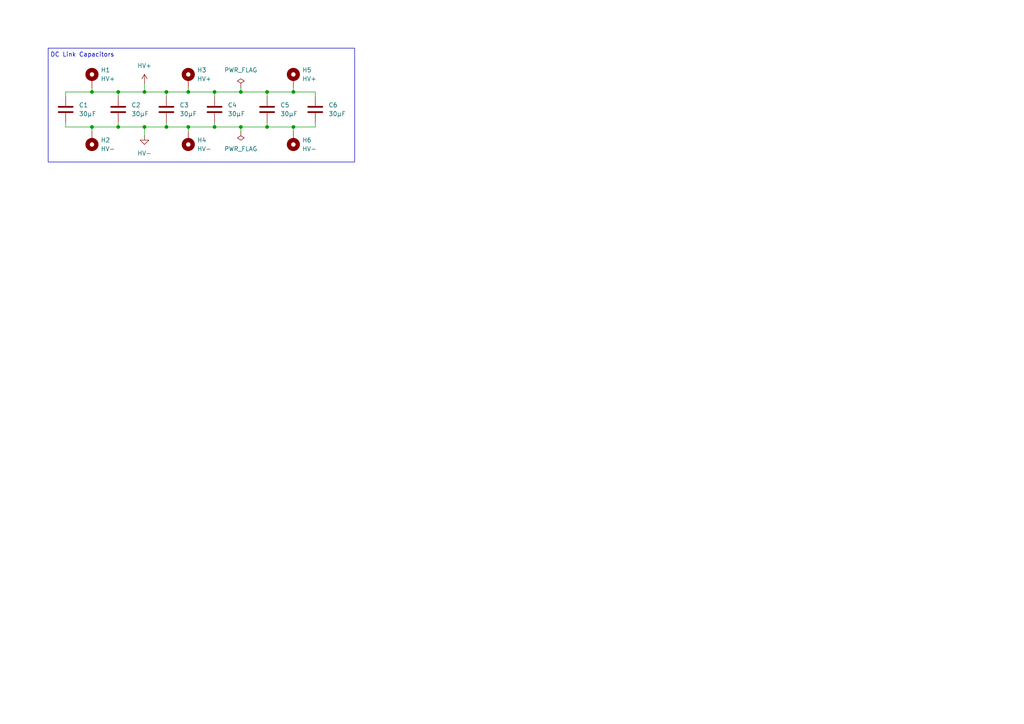
<source format=kicad_sch>
(kicad_sch (version 20231120) (generator "eeschema") (generator_version "8.0")
  (paper "A4")
  (title_block (title "INV_DClinkCap1") (date "2024-11-16") (rev "1.0") (company "NTURacing") (comment 1 "Sebastian Haltmair") (comment 2 "Powertrain"))
  (lib_symbols
    (symbol "Device:C" (pin_numbers hide) (pin_names (offset 0.254))
      (property "Reference" "C" (at 0.635 2.54 0))
      (property "Value" "C" (at 0.635 -2.54 0))
      (symbol "C_0_1"
        (polyline (pts (xy -2.032 -0.762) (xy 2.032 -0.762)) (stroke (width 0.508)))
        (polyline (pts (xy -2.032 0.762) (xy 2.032 0.762)) (stroke (width 0.508)))
      )
      (symbol "C_1_1"
        (pin passive line (at 0 3.81 270) (length 2.794) (name "~") (number "1"))
        (pin passive line (at 0 -3.81 90) (length 2.794) (name "~") (number "2"))
      )
    )
    (symbol "Mechanical:MountingHole_Pad" (pin_numbers hide) (pin_names (offset 1.016) hide) (exclude_from_sim yes) (in_bom no)
      (property "Reference" "H" (at 0 6.35 0))
      (property "Value" "MountingHole_Pad" (at 0 4.445 0))
      (symbol "MountingHole_Pad_0_1"
        (circle (center 0 1.27) (radius 1.27) (stroke (width 1.27)))
      )
      (symbol "MountingHole_Pad_1_1"
        (pin input line (at 0 -2.54 90) (length 2.54) (name "1") (number "1"))
      )
    )
    (symbol "power:GND" (power) (pin_numbers hide) (pin_names (offset 0) hide)
      (property "Value" "GND" (at 0 -3.81 0))
      (symbol "GND_0_1"
        (polyline (pts (xy 0 0) (xy 0 -1.27) (xy 1.27 -1.27) (xy 0 -2.54) (xy -1.27 -1.27) (xy 0 -1.27)))
      )
      (symbol "GND_1_1"
        (pin power_in line (at 0 0 270) (length 0) (name "~") (number "1"))
      )
    )
    (symbol "power:PWR_FLAG" (power) (pin_numbers hide) (pin_names (offset 0) hide)
      (property "Value" "PWR_FLAG" (at 0 3.81 0))
      (symbol "PWR_FLAG_0_0"
        (pin power_out line (at 0 0 90) (length 0) (name "~") (number "1"))
      )
      (symbol "PWR_FLAG_0_1"
        (polyline (pts (xy 0 0) (xy 0 1.27) (xy -1.016 1.905) (xy 0 2.54) (xy 1.016 1.905) (xy 0 1.27)))
      )
    )
    (symbol "power:VCC" (power) (pin_numbers hide) (pin_names (offset 0) hide)
      (property "Value" "VCC" (at 0 3.556 0))
      (symbol "VCC_0_1"
        (polyline (pts (xy -0.762 1.27) (xy 0 2.54)))
        (polyline (pts (xy 0 0) (xy 0 2.54)))
        (polyline (pts (xy 0 2.54) (xy 0.762 1.27)))
      )
      (symbol "VCC_1_1"
        (pin power_in line (at 0 0 90) (length 0) (name "~") (number "1"))
      )
    )
  )
  (junction (at 77.47 36.83))
  (junction (at 54.61 26.67))
  (junction (at 48.26 26.67))
  (junction (at 34.29 36.83))
  (junction (at 34.29 26.67))
  (junction (at 85.09 26.67))
  (junction (at 69.85 36.83))
  (junction (at 26.67 36.83))
  (junction (at 62.23 36.83))
  (junction (at 41.91 26.67))
  (junction (at 77.47 26.67))
  (junction (at 41.91 36.83))
  (junction (at 48.26 36.83))
  (junction (at 85.09 36.83))
  (junction (at 26.67 26.67))
  (junction (at 69.85 26.67))
  (junction (at 62.23 26.67))
  (junction (at 54.61 36.83))
  (wire (pts (xy 62.23 26.67) (xy 54.61 26.67)))
  (wire (pts (xy 48.26 35.56) (xy 48.26 36.83)))
  (wire (pts (xy 41.91 24.13) (xy 41.91 26.67)))
  (wire (pts (xy 26.67 25.4) (xy 26.67 26.67)))
  (wire (pts (xy 48.26 26.67) (xy 48.26 27.94)))
  (wire (pts (xy 54.61 36.83) (xy 48.26 36.83)))
  (wire (pts (xy 69.85 38.1) (xy 69.85 36.83)))
  (wire (pts (xy 69.85 26.67) (xy 77.47 26.67)))
  (wire (pts (xy 62.23 35.56) (xy 62.23 36.83)))
  (wire (pts (xy 41.91 26.67) (xy 48.26 26.67)))
  (wire (pts (xy 34.29 27.94) (xy 34.29 26.67)))
  (wire (pts (xy 34.29 36.83) (xy 26.67 36.83)))
  (wire (pts (xy 77.47 26.67) (xy 77.47 27.94)))
  (wire (pts (xy 26.67 26.67) (xy 19.05 26.67)))
  (wire (pts (xy 85.09 36.83) (xy 77.47 36.83)))
  (wire (pts (xy 26.67 36.83) (xy 19.05 36.83)))
  (wire (pts (xy 69.85 36.83) (xy 62.23 36.83)))
  (wire (pts (xy 54.61 26.67) (xy 48.26 26.67)))
  (wire (pts (xy 26.67 38.1) (xy 26.67 36.83)))
  (wire (pts (xy 91.44 35.56) (xy 91.44 36.83)))
  (wire (pts (xy 54.61 36.83) (xy 62.23 36.83)))
  (wire (pts (xy 91.44 26.67) (xy 91.44 27.94)))
  (wire (pts (xy 85.09 26.67) (xy 91.44 26.67)))
  (wire (pts (xy 34.29 26.67) (xy 41.91 26.67)))
  (wire (pts (xy 69.85 25.4) (xy 69.85 26.67)))
  (wire (pts (xy 91.44 36.83) (xy 85.09 36.83)))
  (wire (pts (xy 62.23 26.67) (xy 62.23 27.94)))
  (wire (pts (xy 34.29 35.56) (xy 34.29 36.83)))
  (wire (pts (xy 54.61 25.4) (xy 54.61 26.67)))
  (wire (pts (xy 26.67 26.67) (xy 34.29 26.67)))
  (wire (pts (xy 19.05 35.56) (xy 19.05 36.83)))
  (wire (pts (xy 34.29 36.83) (xy 41.91 36.83)))
  (wire (pts (xy 77.47 26.67) (xy 85.09 26.67)))
  (wire (pts (xy 69.85 26.67) (xy 62.23 26.67)))
  (wire (pts (xy 41.91 36.83) (xy 48.26 36.83)))
  (wire (pts (xy 85.09 38.1) (xy 85.09 36.83)))
  (wire (pts (xy 77.47 35.56) (xy 77.47 36.83)))
  (wire (pts (xy 41.91 39.37) (xy 41.91 36.83)))
  (wire (pts (xy 85.09 25.4) (xy 85.09 26.67)))
  (wire (pts (xy 19.05 26.67) (xy 19.05 27.94)))
  (wire (pts (xy 69.85 36.83) (xy 77.47 36.83)))
  (wire (pts (xy 54.61 38.1) (xy 54.61 36.83)))
  (rectangle (start 13.97 13.97) (end 102.87 46.99))
  (text "DC Link Capacitors" (at 23.876 16.002 0) (effects (font (size 1.27 1.27))))
  (symbol (lib_id "Device:C") (at 77.47 31.75 0) (unit 1)
    (property "Reference" "C5" (at 81.28 30.4799 0) (effects (justify left)))
    (property "Value" "30µF" (at 81.28 33.0199 0) (effects (justify left)))
    (property "Footprint" "nturt_kicad_lib_EP6:C4AQJBW5300M3JJ" (effects (hide yes)))
    (property "Description" "Unpolarized capacitor" (effects (hide yes)))
  )
  (symbol (lib_id "Device:C") (at 19.05 31.75 0) (unit 1)
    (property "Reference" "C1" (at 22.86 30.4799 0) (effects (justify left)))
    (property "Value" "30µF" (at 22.86 33.0199 0) (effects (justify left)))
    (property "Footprint" "nturt_kicad_lib_EP6:C4AQJBW5300M3JJ" (effects (hide yes)))
    (property "Description" "Unpolarized capacitor" (effects (hide yes)))
  )
  (symbol (lib_id "Device:C") (at 62.23 31.75 0) (unit 1)
    (property "Reference" "C4" (at 66.04 30.4799 0) (effects (justify left)))
    (property "Value" "30µF" (at 66.04 33.0199 0) (effects (justify left)))
    (property "Footprint" "nturt_kicad_lib_EP6:C4AQJBW5300M3JJ" (effects (hide yes)))
    (property "Description" "Unpolarized capacitor" (effects (hide yes)))
  )
  (symbol (lib_id "power:PWR_FLAG") (at 69.85 38.1 180) (unit 1)
    (property "Reference" "#FLG02" (effects (hide yes)))
    (property "Value" "PWR_FLAG" (at 69.85 43.18 0))
    (property "Description" "Special symbol for telling ERC where power comes from" (effects (hide yes)))
  )
  (symbol (lib_id "power:VCC") (at 41.91 24.13 0) (unit 1)
    (property "Reference" "#PWR01" (effects (hide yes)))
    (property "Value" "HV+" (at 41.91 19.05 0))
    (property "Description" "Power symbol creates a global label with name \"VCC\"" (effects (hide yes)))
  )
  (symbol (lib_id "Mechanical:MountingHole_Pad") (at 26.67 40.64 180) (unit 1) (exclude_from_sim yes) (in_bom no)
    (property "Reference" "H2" (at 29.21 40.6399 0) (effects (justify right)))
    (property "Value" "HV-" (at 29.21 43.1799 0) (effects (justify right)))
    (property "Footprint" "nturt_kicad_lib_EP6:MountingHole_5.5mm_Pad_Via_15mm_square" (effects (hide yes)))
    (property "Description" "Mounting Hole with connection" (effects (hide yes)))
  )
  (symbol (lib_id "Device:C") (at 48.26 31.75 0) (unit 1)
    (property "Reference" "C3" (at 52.07 30.4799 0) (effects (justify left)))
    (property "Value" "30µF" (at 52.07 33.0199 0) (effects (justify left)))
    (property "Footprint" "nturt_kicad_lib_EP6:C4AQJBW5300M3JJ" (effects (hide yes)))
    (property "Description" "Unpolarized capacitor" (effects (hide yes)))
  )
  (symbol (lib_id "power:GND") (at 41.91 39.37 0) (unit 1)
    (property "Reference" "#PWR02" (effects (hide yes)))
    (property "Value" "HV-" (at 41.91 44.45 0))
    (property "Description" "Power symbol creates a global label with name \"GND\" , ground" (effects (hide yes)))
  )
  (symbol (lib_id "Mechanical:MountingHole_Pad") (at 26.67 22.86 0) (unit 1) (exclude_from_sim yes) (in_bom no)
    (property "Reference" "H1" (at 29.21 20.3199 0) (effects (justify left)))
    (property "Value" "HV+" (at 29.21 22.8599 0) (effects (justify left)))
    (property "Footprint" "nturt_kicad_lib_EP6:MountingHole_5.5mm_Pad_Via_15mm_square" (effects (hide yes)))
    (property "Description" "Mounting Hole with connection" (effects (hide yes)))
  )
  (symbol (lib_id "Mechanical:MountingHole_Pad") (at 85.09 40.64 180) (unit 1) (exclude_from_sim yes) (in_bom no)
    (property "Reference" "H6" (at 87.63 40.6399 0) (effects (justify right)))
    (property "Value" "HV-" (at 87.63 43.1799 0) (effects (justify right)))
    (property "Footprint" "nturt_kicad_lib_EP6:MountingHole_5.5mm_Pad_Via_15mm_square" (effects (hide yes)))
    (property "Description" "Mounting Hole with connection" (effects (hide yes)))
  )
  (symbol (lib_id "Mechanical:MountingHole_Pad") (at 54.61 40.64 180) (unit 1) (exclude_from_sim yes) (in_bom no)
    (property "Reference" "H4" (at 57.15 40.6399 0) (effects (justify right)))
    (property "Value" "HV-" (at 57.15 43.1799 0) (effects (justify right)))
    (property "Footprint" "nturt_kicad_lib_EP6:MountingHole_5.5mm_Pad_Via_15mm_square" (effects (hide yes)))
    (property "Description" "Mounting Hole with connection" (effects (hide yes)))
  )
  (symbol (lib_id "Mechanical:MountingHole_Pad") (at 85.09 22.86 0) (unit 1) (exclude_from_sim yes) (in_bom no)
    (property "Reference" "H5" (at 87.63 20.3199 0) (effects (justify left)))
    (property "Value" "HV+" (at 87.63 22.8599 0) (effects (justify left)))
    (property "Footprint" "nturt_kicad_lib_EP6:MountingHole_5.5mm_Pad_Via_15mm_square" (effects (hide yes)))
    (property "Description" "Mounting Hole with connection" (effects (hide yes)))
  )
  (symbol (lib_id "Device:C") (at 91.44 31.75 0) (unit 1)
    (property "Reference" "C6" (at 95.25 30.4799 0) (effects (justify left)))
    (property "Value" "30µF" (at 95.25 33.0199 0) (effects (justify left)))
    (property "Footprint" "nturt_kicad_lib_EP6:C4AQJBW5300M3JJ" (effects (hide yes)))
    (property "Description" "Unpolarized capacitor" (effects (hide yes)))
  )
  (symbol (lib_id "Device:C") (at 34.29 31.75 0) (unit 1)
    (property "Reference" "C2" (at 38.1 30.4799 0) (effects (justify left)))
    (property "Value" "30µF" (at 38.1 33.0199 0) (effects (justify left)))
    (property "Footprint" "nturt_kicad_lib_EP6:C4AQJBW5300M3JJ" (effects (hide yes)))
    (property "Description" "Unpolarized capacitor" (effects (hide yes)))
  )
  (symbol (lib_id "power:PWR_FLAG") (at 69.85 25.4 0) (unit 1)
    (property "Reference" "#FLG01" (effects (hide yes)))
    (property "Value" "PWR_FLAG" (at 69.85 20.32 0))
    (property "Description" "Special symbol for telling ERC where power comes from" (effects (hide yes)))
  )
  (symbol (lib_id "Mechanical:MountingHole_Pad") (at 54.61 22.86 0) (unit 1) (exclude_from_sim yes) (in_bom no)
    (property "Reference" "H3" (at 57.15 20.3199 0) (effects (justify left)))
    (property "Value" "HV+" (at 57.15 22.8599 0) (effects (justify left)))
    (property "Footprint" "nturt_kicad_lib_EP6:MountingHole_5.5mm_Pad_Via_15mm_square" (effects (hide yes)))
    (property "Description" "Mounting Hole with connection" (effects (hide yes)))
  )
)
</source>
